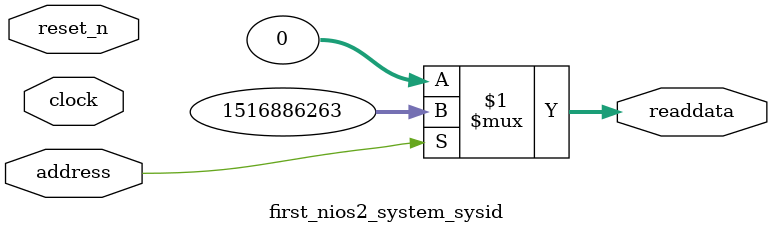
<source format=v>

`timescale 1ns / 1ps
// synthesis translate_on

// turn off superfluous verilog processor warnings 
// altera message_level Level1 
// altera message_off 10034 10035 10036 10037 10230 10240 10030 

module first_nios2_system_sysid (
               // inputs:
                address,
                clock,
                reset_n,

               // outputs:
                readdata
             )
;

  output  [ 31: 0] readdata;
  input            address;
  input            clock;
  input            reset_n;

  wire    [ 31: 0] readdata;
  //control_slave, which is an e_avalon_slave
  assign readdata = address ? 1516886263 : 0;

endmodule




</source>
